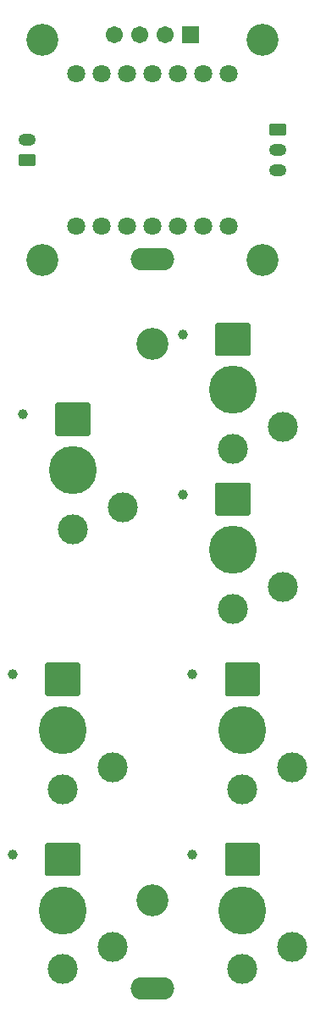
<source format=gbr>
%TF.GenerationSoftware,KiCad,Pcbnew,8.0.7*%
%TF.CreationDate,2025-04-09T10:11:20+09:00*%
%TF.ProjectId,Choc2,43686f63-322e-46b6-9963-61645f706362,rev?*%
%TF.SameCoordinates,Original*%
%TF.FileFunction,Soldermask,Bot*%
%TF.FilePolarity,Negative*%
%FSLAX46Y46*%
G04 Gerber Fmt 4.6, Leading zero omitted, Abs format (unit mm)*
G04 Created by KiCad (PCBNEW 8.0.7) date 2025-04-09 10:11:20*
%MOMM*%
%LPD*%
G01*
G04 APERTURE LIST*
G04 Aperture macros list*
%AMRoundRect*
0 Rectangle with rounded corners*
0 $1 Rounding radius*
0 $2 $3 $4 $5 $6 $7 $8 $9 X,Y pos of 4 corners*
0 Add a 4 corners polygon primitive as box body*
4,1,4,$2,$3,$4,$5,$6,$7,$8,$9,$2,$3,0*
0 Add four circle primitives for the rounded corners*
1,1,$1+$1,$2,$3*
1,1,$1+$1,$4,$5*
1,1,$1+$1,$6,$7*
1,1,$1+$1,$8,$9*
0 Add four rect primitives between the rounded corners*
20,1,$1+$1,$2,$3,$4,$5,0*
20,1,$1+$1,$4,$5,$6,$7,0*
20,1,$1+$1,$6,$7,$8,$9,0*
20,1,$1+$1,$8,$9,$2,$3,0*%
G04 Aperture macros list end*
%ADD10C,3.200000*%
%ADD11O,4.344000X2.274000*%
%ADD12O,0.300000X3.300000*%
%ADD13O,0.500000X3.300000*%
%ADD14O,1.500000X3.300000*%
%ADD15O,3.500000X0.300000*%
%ADD16C,1.800000*%
%ADD17C,1.000000*%
%ADD18C,4.800000*%
%ADD19C,3.000000*%
%ADD20RoundRect,0.250000X-0.625000X0.350000X-0.625000X-0.350000X0.625000X-0.350000X0.625000X0.350000X0*%
%ADD21O,1.750000X1.200000*%
%ADD22RoundRect,0.250000X0.625000X-0.350000X0.625000X0.350000X-0.625000X0.350000X-0.625000X-0.350000X0*%
%ADD23RoundRect,0.102000X0.754000X0.754000X-0.754000X0.754000X-0.754000X-0.754000X0.754000X-0.754000X0*%
%ADD24C,1.712000*%
%ADD25C,3.204000*%
G04 APERTURE END LIST*
D10*
%TO.C,BT1*%
X70000000Y-83395000D03*
X70000000Y-139010000D03*
D11*
X70000000Y-74900000D03*
X70000000Y-147800000D03*
%TD*%
D12*
%TO.C,LED7*%
X60400000Y-90925000D03*
D13*
X60675000Y-90925000D03*
D14*
X61300000Y-90925000D03*
D15*
X62000000Y-89425000D03*
X62000000Y-92425000D03*
D14*
X62250000Y-90925000D03*
X62675000Y-90925000D03*
D13*
X63325000Y-90925000D03*
D12*
X63600000Y-90925000D03*
%TD*%
%TO.C,LED6*%
X59400000Y-116925000D03*
D13*
X59675000Y-116925000D03*
D14*
X60300000Y-116925000D03*
D15*
X61000000Y-115425000D03*
X61000000Y-118425000D03*
D14*
X61250000Y-116925000D03*
X61675000Y-116925000D03*
D13*
X62325000Y-116925000D03*
D12*
X62600000Y-116925000D03*
%TD*%
%TO.C,LED1*%
X76400000Y-82925000D03*
D13*
X76675000Y-82925000D03*
D14*
X77300000Y-82925000D03*
D15*
X78000000Y-81425000D03*
X78000000Y-84425000D03*
D14*
X78250000Y-82925000D03*
X78675000Y-82925000D03*
D13*
X79325000Y-82925000D03*
D12*
X79600000Y-82925000D03*
%TD*%
D16*
%TO.C,U1*%
X77620000Y-71620000D03*
X75080000Y-71620000D03*
X72540000Y-71620000D03*
X70000000Y-71620000D03*
X67460000Y-71620000D03*
X64920000Y-71620000D03*
X62380000Y-71620000D03*
X62380000Y-56380000D03*
X64920000Y-56380000D03*
X67460000Y-56380000D03*
X70000000Y-56380000D03*
X72540000Y-56380000D03*
X75080000Y-56380000D03*
X77620000Y-56380000D03*
%TD*%
D17*
%TO.C,SW1*%
X73000000Y-82450000D03*
D18*
X78000000Y-88000000D03*
D19*
X78000000Y-93900000D03*
X83000000Y-91700000D03*
%TD*%
D17*
%TO.C,SW2*%
X73000000Y-98450000D03*
D18*
X78000000Y-104000000D03*
D19*
X78000000Y-109900000D03*
X83000000Y-107700000D03*
%TD*%
D17*
%TO.C,SW6*%
X56000000Y-116450000D03*
D18*
X61000000Y-122000000D03*
D19*
X61000000Y-127900000D03*
X66000000Y-125700000D03*
%TD*%
D12*
%TO.C,LED5*%
X59400000Y-134925000D03*
D13*
X59675000Y-134925000D03*
D14*
X60300000Y-134925000D03*
D15*
X61000000Y-133425000D03*
X61000000Y-136425000D03*
D14*
X61250000Y-134925000D03*
X61675000Y-134925000D03*
D13*
X62325000Y-134925000D03*
D12*
X62600000Y-134925000D03*
%TD*%
D17*
%TO.C,SW7*%
X57000000Y-90450000D03*
D18*
X62000000Y-96000000D03*
D19*
X62000000Y-101900000D03*
X67000000Y-99700000D03*
%TD*%
D17*
%TO.C,SW5*%
X56000000Y-134450000D03*
D18*
X61000000Y-140000000D03*
D19*
X61000000Y-145900000D03*
X66000000Y-143700000D03*
%TD*%
D12*
%TO.C,LED2*%
X76400000Y-98925000D03*
D13*
X76675000Y-98925000D03*
D14*
X77300000Y-98925000D03*
D15*
X78000000Y-97425000D03*
X78000000Y-100425000D03*
D14*
X78250000Y-98925000D03*
X78675000Y-98925000D03*
D13*
X79325000Y-98925000D03*
D12*
X79600000Y-98925000D03*
%TD*%
%TO.C,LED4*%
X77400000Y-134925000D03*
D13*
X77675000Y-134925000D03*
D14*
X78300000Y-134925000D03*
D15*
X79000000Y-133425000D03*
X79000000Y-136425000D03*
D14*
X79250000Y-134925000D03*
X79675000Y-134925000D03*
D13*
X80325000Y-134925000D03*
D12*
X80600000Y-134925000D03*
%TD*%
D17*
%TO.C,SW3*%
X74000000Y-116450000D03*
D18*
X79000000Y-122000000D03*
D19*
X79000000Y-127900000D03*
X84000000Y-125700000D03*
%TD*%
D12*
%TO.C,LED3*%
X77400000Y-116925000D03*
D13*
X77675000Y-116925000D03*
D14*
X78300000Y-116925000D03*
D15*
X79000000Y-115425000D03*
X79000000Y-118425000D03*
D14*
X79250000Y-116925000D03*
X79675000Y-116925000D03*
D13*
X80325000Y-116925000D03*
D12*
X80600000Y-116925000D03*
%TD*%
D17*
%TO.C,SW4*%
X74000000Y-134450000D03*
D18*
X79000000Y-140000000D03*
D19*
X79000000Y-145900000D03*
X84000000Y-143700000D03*
%TD*%
D20*
%TO.C,J4*%
X82550000Y-62000000D03*
D21*
X82550000Y-64000000D03*
X82550000Y-66000000D03*
%TD*%
D22*
%TO.C,J1*%
X57450000Y-65000000D03*
D21*
X57450000Y-63000000D03*
%TD*%
D23*
%TO.C,OL1*%
X73810000Y-52500000D03*
D24*
X71270000Y-52500000D03*
X68730000Y-52500000D03*
X66190000Y-52500000D03*
D25*
X81000000Y-53000000D03*
X59000000Y-53000000D03*
X59000000Y-75000000D03*
X81000000Y-75000000D03*
%TD*%
M02*

</source>
